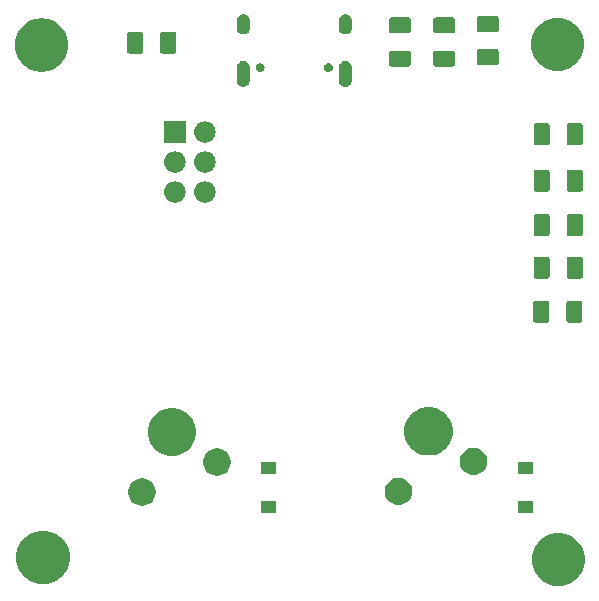
<source format=gbr>
G04 #@! TF.GenerationSoftware,KiCad,Pcbnew,(5.1.4)-1*
G04 #@! TF.CreationDate,2023-02-07T01:37:13+01:00*
G04 #@! TF.ProjectId,test,74657374-2e6b-4696-9361-645f70636258,1.0*
G04 #@! TF.SameCoordinates,Original*
G04 #@! TF.FileFunction,Soldermask,Bot*
G04 #@! TF.FilePolarity,Negative*
%FSLAX46Y46*%
G04 Gerber Fmt 4.6, Leading zero omitted, Abs format (unit mm)*
G04 Created by KiCad (PCBNEW (5.1.4)-1) date 2023-02-07 01:37:13*
%MOMM*%
%LPD*%
G04 APERTURE LIST*
%ADD10C,0.100000*%
G04 APERTURE END LIST*
D10*
G36*
X208676464Y-96882000D02*
G01*
X209063593Y-96959004D01*
X209473249Y-97128689D01*
X209841929Y-97375034D01*
X210155466Y-97688571D01*
X210401811Y-98057251D01*
X210571496Y-98466907D01*
X210658000Y-98901796D01*
X210658000Y-99345204D01*
X210571496Y-99780093D01*
X210401811Y-100189749D01*
X210155466Y-100558429D01*
X209841929Y-100871966D01*
X209473249Y-101118311D01*
X209063593Y-101287996D01*
X208682880Y-101363724D01*
X208628705Y-101374500D01*
X208185295Y-101374500D01*
X208131120Y-101363724D01*
X207750407Y-101287996D01*
X207340751Y-101118311D01*
X206972071Y-100871966D01*
X206658534Y-100558429D01*
X206412189Y-100189749D01*
X206242504Y-99780093D01*
X206156000Y-99345204D01*
X206156000Y-98901796D01*
X206242504Y-98466907D01*
X206412189Y-98057251D01*
X206658534Y-97688571D01*
X206972071Y-97375034D01*
X207340751Y-97128689D01*
X207750407Y-96959004D01*
X208137536Y-96882000D01*
X208185295Y-96872500D01*
X208628705Y-96872500D01*
X208676464Y-96882000D01*
X208676464Y-96882000D01*
G37*
G36*
X165057880Y-96692776D02*
G01*
X165438593Y-96768504D01*
X165848249Y-96938189D01*
X166216929Y-97184534D01*
X166530466Y-97498071D01*
X166776811Y-97866751D01*
X166946496Y-98276407D01*
X167033000Y-98711296D01*
X167033000Y-99154704D01*
X166946496Y-99589593D01*
X166776811Y-99999249D01*
X166530466Y-100367929D01*
X166216929Y-100681466D01*
X165848249Y-100927811D01*
X165438593Y-101097496D01*
X165057880Y-101173224D01*
X165003705Y-101184000D01*
X164560295Y-101184000D01*
X164506120Y-101173224D01*
X164125407Y-101097496D01*
X163715751Y-100927811D01*
X163347071Y-100681466D01*
X163033534Y-100367929D01*
X162787189Y-99999249D01*
X162617504Y-99589593D01*
X162531000Y-99154704D01*
X162531000Y-98711296D01*
X162617504Y-98276407D01*
X162787189Y-97866751D01*
X163033534Y-97498071D01*
X163347071Y-97184534D01*
X163715751Y-96938189D01*
X164125407Y-96768504D01*
X164506120Y-96692776D01*
X164560295Y-96682000D01*
X165003705Y-96682000D01*
X165057880Y-96692776D01*
X165057880Y-96692776D01*
G37*
G36*
X184547000Y-95178500D02*
G01*
X183245000Y-95178500D01*
X183245000Y-94176500D01*
X184547000Y-94176500D01*
X184547000Y-95178500D01*
X184547000Y-95178500D01*
G37*
G36*
X206264000Y-95178500D02*
G01*
X204962000Y-95178500D01*
X204962000Y-94176500D01*
X206264000Y-94176500D01*
X206264000Y-95178500D01*
X206264000Y-95178500D01*
G37*
G36*
X173388549Y-92279616D02*
G01*
X173499734Y-92301732D01*
X173709203Y-92388497D01*
X173897720Y-92514460D01*
X174058040Y-92674780D01*
X174184003Y-92863297D01*
X174270768Y-93072766D01*
X174315000Y-93295136D01*
X174315000Y-93521864D01*
X174270768Y-93744234D01*
X174184003Y-93953703D01*
X174058040Y-94142220D01*
X173897720Y-94302540D01*
X173709203Y-94428503D01*
X173499734Y-94515268D01*
X173388549Y-94537384D01*
X173277365Y-94559500D01*
X173050635Y-94559500D01*
X172939451Y-94537384D01*
X172828266Y-94515268D01*
X172618797Y-94428503D01*
X172430280Y-94302540D01*
X172269960Y-94142220D01*
X172143997Y-93953703D01*
X172057232Y-93744234D01*
X172013000Y-93521864D01*
X172013000Y-93295136D01*
X172057232Y-93072766D01*
X172143997Y-92863297D01*
X172269960Y-92674780D01*
X172430280Y-92514460D01*
X172618797Y-92388497D01*
X172828266Y-92301732D01*
X172939451Y-92279616D01*
X173050635Y-92257500D01*
X173277365Y-92257500D01*
X173388549Y-92279616D01*
X173388549Y-92279616D01*
G37*
G36*
X195106549Y-92216116D02*
G01*
X195217734Y-92238232D01*
X195427203Y-92324997D01*
X195615720Y-92450960D01*
X195776040Y-92611280D01*
X195902003Y-92799797D01*
X195988768Y-93009266D01*
X196033000Y-93231636D01*
X196033000Y-93458364D01*
X195988768Y-93680734D01*
X195902003Y-93890203D01*
X195776040Y-94078720D01*
X195615720Y-94239040D01*
X195427203Y-94365003D01*
X195217734Y-94451768D01*
X195106549Y-94473884D01*
X194995365Y-94496000D01*
X194768635Y-94496000D01*
X194657451Y-94473884D01*
X194546266Y-94451768D01*
X194336797Y-94365003D01*
X194148280Y-94239040D01*
X193987960Y-94078720D01*
X193861997Y-93890203D01*
X193775232Y-93680734D01*
X193731000Y-93458364D01*
X193731000Y-93231636D01*
X193775232Y-93009266D01*
X193861997Y-92799797D01*
X193987960Y-92611280D01*
X194148280Y-92450960D01*
X194336797Y-92324997D01*
X194546266Y-92238232D01*
X194657451Y-92216116D01*
X194768635Y-92194000D01*
X194995365Y-92194000D01*
X195106549Y-92216116D01*
X195106549Y-92216116D01*
G37*
G36*
X179738549Y-89739616D02*
G01*
X179849734Y-89761732D01*
X180059203Y-89848497D01*
X180247720Y-89974460D01*
X180408040Y-90134780D01*
X180534003Y-90323297D01*
X180620768Y-90532766D01*
X180665000Y-90755136D01*
X180665000Y-90981864D01*
X180620768Y-91204234D01*
X180534003Y-91413703D01*
X180408040Y-91602220D01*
X180247720Y-91762540D01*
X180059203Y-91888503D01*
X179849734Y-91975268D01*
X179738549Y-91997384D01*
X179627365Y-92019500D01*
X179400635Y-92019500D01*
X179289451Y-91997384D01*
X179178266Y-91975268D01*
X178968797Y-91888503D01*
X178780280Y-91762540D01*
X178619960Y-91602220D01*
X178493997Y-91413703D01*
X178407232Y-91204234D01*
X178363000Y-90981864D01*
X178363000Y-90755136D01*
X178407232Y-90532766D01*
X178493997Y-90323297D01*
X178619960Y-90134780D01*
X178780280Y-89974460D01*
X178968797Y-89848497D01*
X179178266Y-89761732D01*
X179289451Y-89739616D01*
X179400635Y-89717500D01*
X179627365Y-89717500D01*
X179738549Y-89739616D01*
X179738549Y-89739616D01*
G37*
G36*
X201456549Y-89676116D02*
G01*
X201567734Y-89698232D01*
X201777203Y-89784997D01*
X201965720Y-89910960D01*
X202126040Y-90071280D01*
X202252003Y-90259797D01*
X202338768Y-90469266D01*
X202383000Y-90691636D01*
X202383000Y-90918364D01*
X202338768Y-91140734D01*
X202252003Y-91350203D01*
X202126040Y-91538720D01*
X201965720Y-91699040D01*
X201777203Y-91825003D01*
X201567734Y-91911768D01*
X201456549Y-91933884D01*
X201345365Y-91956000D01*
X201118635Y-91956000D01*
X201007451Y-91933884D01*
X200896266Y-91911768D01*
X200686797Y-91825003D01*
X200498280Y-91699040D01*
X200337960Y-91538720D01*
X200211997Y-91350203D01*
X200125232Y-91140734D01*
X200081000Y-90918364D01*
X200081000Y-90691636D01*
X200125232Y-90469266D01*
X200211997Y-90259797D01*
X200337960Y-90071280D01*
X200498280Y-89910960D01*
X200686797Y-89784997D01*
X200896266Y-89698232D01*
X201007451Y-89676116D01*
X201118635Y-89654000D01*
X201345365Y-89654000D01*
X201456549Y-89676116D01*
X201456549Y-89676116D01*
G37*
G36*
X206264000Y-91878500D02*
G01*
X204962000Y-91878500D01*
X204962000Y-90876500D01*
X206264000Y-90876500D01*
X206264000Y-91878500D01*
X206264000Y-91878500D01*
G37*
G36*
X184547000Y-91878500D02*
G01*
X183245000Y-91878500D01*
X183245000Y-90876500D01*
X184547000Y-90876500D01*
X184547000Y-91878500D01*
X184547000Y-91878500D01*
G37*
G36*
X176302254Y-86356318D02*
G01*
X176675511Y-86510926D01*
X176675513Y-86510927D01*
X177011436Y-86735384D01*
X177297116Y-87021064D01*
X177479144Y-87293487D01*
X177521574Y-87356989D01*
X177676182Y-87730246D01*
X177755000Y-88126493D01*
X177755000Y-88530507D01*
X177676182Y-88926754D01*
X177521574Y-89300011D01*
X177521573Y-89300013D01*
X177297116Y-89635936D01*
X177011436Y-89921616D01*
X176675513Y-90146073D01*
X176675512Y-90146074D01*
X176675511Y-90146074D01*
X176302254Y-90300682D01*
X175906007Y-90379500D01*
X175501993Y-90379500D01*
X175105746Y-90300682D01*
X174732489Y-90146074D01*
X174732488Y-90146074D01*
X174732487Y-90146073D01*
X174396564Y-89921616D01*
X174110884Y-89635936D01*
X173886427Y-89300013D01*
X173886426Y-89300011D01*
X173731818Y-88926754D01*
X173653000Y-88530507D01*
X173653000Y-88126493D01*
X173731818Y-87730246D01*
X173886426Y-87356989D01*
X173928857Y-87293487D01*
X174110884Y-87021064D01*
X174396564Y-86735384D01*
X174732487Y-86510927D01*
X174732489Y-86510926D01*
X175105746Y-86356318D01*
X175501993Y-86277500D01*
X175906007Y-86277500D01*
X176302254Y-86356318D01*
X176302254Y-86356318D01*
G37*
G36*
X198020254Y-86292818D02*
G01*
X198393511Y-86447426D01*
X198393513Y-86447427D01*
X198488547Y-86510927D01*
X198729436Y-86671884D01*
X199015116Y-86957564D01*
X199239574Y-87293489D01*
X199394182Y-87666746D01*
X199473000Y-88062993D01*
X199473000Y-88467007D01*
X199394182Y-88863254D01*
X199367879Y-88926754D01*
X199239573Y-89236513D01*
X199015116Y-89572436D01*
X198729436Y-89858116D01*
X198393513Y-90082573D01*
X198393512Y-90082574D01*
X198393511Y-90082574D01*
X198020254Y-90237182D01*
X197624007Y-90316000D01*
X197219993Y-90316000D01*
X196823746Y-90237182D01*
X196450489Y-90082574D01*
X196450488Y-90082574D01*
X196450487Y-90082573D01*
X196114564Y-89858116D01*
X195828884Y-89572436D01*
X195604427Y-89236513D01*
X195476121Y-88926754D01*
X195449818Y-88863254D01*
X195371000Y-88467007D01*
X195371000Y-88062993D01*
X195449818Y-87666746D01*
X195604426Y-87293489D01*
X195828884Y-86957564D01*
X196114564Y-86671884D01*
X196355453Y-86510927D01*
X196450487Y-86447427D01*
X196450489Y-86447426D01*
X196823746Y-86292818D01*
X197219993Y-86214000D01*
X197624007Y-86214000D01*
X198020254Y-86292818D01*
X198020254Y-86292818D01*
G37*
G36*
X210290604Y-77221847D02*
G01*
X210327144Y-77232932D01*
X210360821Y-77250933D01*
X210390341Y-77275159D01*
X210414567Y-77304679D01*
X210432568Y-77338356D01*
X210443653Y-77374896D01*
X210448000Y-77419038D01*
X210448000Y-78867962D01*
X210443653Y-78912104D01*
X210432568Y-78948644D01*
X210414567Y-78982321D01*
X210390341Y-79011841D01*
X210360821Y-79036067D01*
X210327144Y-79054068D01*
X210290604Y-79065153D01*
X210246462Y-79069500D01*
X209297538Y-79069500D01*
X209253396Y-79065153D01*
X209216856Y-79054068D01*
X209183179Y-79036067D01*
X209153659Y-79011841D01*
X209129433Y-78982321D01*
X209111432Y-78948644D01*
X209100347Y-78912104D01*
X209096000Y-78867962D01*
X209096000Y-77419038D01*
X209100347Y-77374896D01*
X209111432Y-77338356D01*
X209129433Y-77304679D01*
X209153659Y-77275159D01*
X209183179Y-77250933D01*
X209216856Y-77232932D01*
X209253396Y-77221847D01*
X209297538Y-77217500D01*
X210246462Y-77217500D01*
X210290604Y-77221847D01*
X210290604Y-77221847D01*
G37*
G36*
X207490604Y-77221847D02*
G01*
X207527144Y-77232932D01*
X207560821Y-77250933D01*
X207590341Y-77275159D01*
X207614567Y-77304679D01*
X207632568Y-77338356D01*
X207643653Y-77374896D01*
X207648000Y-77419038D01*
X207648000Y-78867962D01*
X207643653Y-78912104D01*
X207632568Y-78948644D01*
X207614567Y-78982321D01*
X207590341Y-79011841D01*
X207560821Y-79036067D01*
X207527144Y-79054068D01*
X207490604Y-79065153D01*
X207446462Y-79069500D01*
X206497538Y-79069500D01*
X206453396Y-79065153D01*
X206416856Y-79054068D01*
X206383179Y-79036067D01*
X206353659Y-79011841D01*
X206329433Y-78982321D01*
X206311432Y-78948644D01*
X206300347Y-78912104D01*
X206296000Y-78867962D01*
X206296000Y-77419038D01*
X206300347Y-77374896D01*
X206311432Y-77338356D01*
X206329433Y-77304679D01*
X206353659Y-77275159D01*
X206383179Y-77250933D01*
X206416856Y-77232932D01*
X206453396Y-77221847D01*
X206497538Y-77217500D01*
X207446462Y-77217500D01*
X207490604Y-77221847D01*
X207490604Y-77221847D01*
G37*
G36*
X210326604Y-73499847D02*
G01*
X210363144Y-73510932D01*
X210396821Y-73528933D01*
X210426341Y-73553159D01*
X210450567Y-73582679D01*
X210468568Y-73616356D01*
X210479653Y-73652896D01*
X210484000Y-73697038D01*
X210484000Y-75145962D01*
X210479653Y-75190104D01*
X210468568Y-75226644D01*
X210450567Y-75260321D01*
X210426341Y-75289841D01*
X210396821Y-75314067D01*
X210363144Y-75332068D01*
X210326604Y-75343153D01*
X210282462Y-75347500D01*
X209333538Y-75347500D01*
X209289396Y-75343153D01*
X209252856Y-75332068D01*
X209219179Y-75314067D01*
X209189659Y-75289841D01*
X209165433Y-75260321D01*
X209147432Y-75226644D01*
X209136347Y-75190104D01*
X209132000Y-75145962D01*
X209132000Y-73697038D01*
X209136347Y-73652896D01*
X209147432Y-73616356D01*
X209165433Y-73582679D01*
X209189659Y-73553159D01*
X209219179Y-73528933D01*
X209252856Y-73510932D01*
X209289396Y-73499847D01*
X209333538Y-73495500D01*
X210282462Y-73495500D01*
X210326604Y-73499847D01*
X210326604Y-73499847D01*
G37*
G36*
X207526604Y-73499847D02*
G01*
X207563144Y-73510932D01*
X207596821Y-73528933D01*
X207626341Y-73553159D01*
X207650567Y-73582679D01*
X207668568Y-73616356D01*
X207679653Y-73652896D01*
X207684000Y-73697038D01*
X207684000Y-75145962D01*
X207679653Y-75190104D01*
X207668568Y-75226644D01*
X207650567Y-75260321D01*
X207626341Y-75289841D01*
X207596821Y-75314067D01*
X207563144Y-75332068D01*
X207526604Y-75343153D01*
X207482462Y-75347500D01*
X206533538Y-75347500D01*
X206489396Y-75343153D01*
X206452856Y-75332068D01*
X206419179Y-75314067D01*
X206389659Y-75289841D01*
X206365433Y-75260321D01*
X206347432Y-75226644D01*
X206336347Y-75190104D01*
X206332000Y-75145962D01*
X206332000Y-73697038D01*
X206336347Y-73652896D01*
X206347432Y-73616356D01*
X206365433Y-73582679D01*
X206389659Y-73553159D01*
X206419179Y-73528933D01*
X206452856Y-73510932D01*
X206489396Y-73499847D01*
X206533538Y-73495500D01*
X207482462Y-73495500D01*
X207526604Y-73499847D01*
X207526604Y-73499847D01*
G37*
G36*
X207526604Y-69880847D02*
G01*
X207563144Y-69891932D01*
X207596821Y-69909933D01*
X207626341Y-69934159D01*
X207650567Y-69963679D01*
X207668568Y-69997356D01*
X207679653Y-70033896D01*
X207684000Y-70078038D01*
X207684000Y-71526962D01*
X207679653Y-71571104D01*
X207668568Y-71607644D01*
X207650567Y-71641321D01*
X207626341Y-71670841D01*
X207596821Y-71695067D01*
X207563144Y-71713068D01*
X207526604Y-71724153D01*
X207482462Y-71728500D01*
X206533538Y-71728500D01*
X206489396Y-71724153D01*
X206452856Y-71713068D01*
X206419179Y-71695067D01*
X206389659Y-71670841D01*
X206365433Y-71641321D01*
X206347432Y-71607644D01*
X206336347Y-71571104D01*
X206332000Y-71526962D01*
X206332000Y-70078038D01*
X206336347Y-70033896D01*
X206347432Y-69997356D01*
X206365433Y-69963679D01*
X206389659Y-69934159D01*
X206419179Y-69909933D01*
X206452856Y-69891932D01*
X206489396Y-69880847D01*
X206533538Y-69876500D01*
X207482462Y-69876500D01*
X207526604Y-69880847D01*
X207526604Y-69880847D01*
G37*
G36*
X210326604Y-69880847D02*
G01*
X210363144Y-69891932D01*
X210396821Y-69909933D01*
X210426341Y-69934159D01*
X210450567Y-69963679D01*
X210468568Y-69997356D01*
X210479653Y-70033896D01*
X210484000Y-70078038D01*
X210484000Y-71526962D01*
X210479653Y-71571104D01*
X210468568Y-71607644D01*
X210450567Y-71641321D01*
X210426341Y-71670841D01*
X210396821Y-71695067D01*
X210363144Y-71713068D01*
X210326604Y-71724153D01*
X210282462Y-71728500D01*
X209333538Y-71728500D01*
X209289396Y-71724153D01*
X209252856Y-71713068D01*
X209219179Y-71695067D01*
X209189659Y-71670841D01*
X209165433Y-71641321D01*
X209147432Y-71607644D01*
X209136347Y-71571104D01*
X209132000Y-71526962D01*
X209132000Y-70078038D01*
X209136347Y-70033896D01*
X209147432Y-69997356D01*
X209165433Y-69963679D01*
X209189659Y-69934159D01*
X209219179Y-69909933D01*
X209252856Y-69891932D01*
X209289396Y-69880847D01*
X209333538Y-69876500D01*
X210282462Y-69876500D01*
X210326604Y-69880847D01*
X210326604Y-69880847D01*
G37*
G36*
X178608443Y-67114019D02*
G01*
X178674627Y-67120537D01*
X178844466Y-67172057D01*
X179000991Y-67255722D01*
X179036729Y-67285052D01*
X179138186Y-67368314D01*
X179221448Y-67469771D01*
X179250778Y-67505509D01*
X179334443Y-67662034D01*
X179385963Y-67831873D01*
X179403359Y-68008500D01*
X179385963Y-68185127D01*
X179334443Y-68354966D01*
X179250778Y-68511491D01*
X179221448Y-68547229D01*
X179138186Y-68648686D01*
X179036729Y-68731948D01*
X179000991Y-68761278D01*
X178844466Y-68844943D01*
X178674627Y-68896463D01*
X178608442Y-68902982D01*
X178542260Y-68909500D01*
X178453740Y-68909500D01*
X178387558Y-68902982D01*
X178321373Y-68896463D01*
X178151534Y-68844943D01*
X177995009Y-68761278D01*
X177959271Y-68731948D01*
X177857814Y-68648686D01*
X177774552Y-68547229D01*
X177745222Y-68511491D01*
X177661557Y-68354966D01*
X177610037Y-68185127D01*
X177592641Y-68008500D01*
X177610037Y-67831873D01*
X177661557Y-67662034D01*
X177745222Y-67505509D01*
X177774552Y-67469771D01*
X177857814Y-67368314D01*
X177959271Y-67285052D01*
X177995009Y-67255722D01*
X178151534Y-67172057D01*
X178321373Y-67120537D01*
X178387557Y-67114019D01*
X178453740Y-67107500D01*
X178542260Y-67107500D01*
X178608443Y-67114019D01*
X178608443Y-67114019D01*
G37*
G36*
X176068443Y-67114019D02*
G01*
X176134627Y-67120537D01*
X176304466Y-67172057D01*
X176460991Y-67255722D01*
X176496729Y-67285052D01*
X176598186Y-67368314D01*
X176681448Y-67469771D01*
X176710778Y-67505509D01*
X176794443Y-67662034D01*
X176845963Y-67831873D01*
X176863359Y-68008500D01*
X176845963Y-68185127D01*
X176794443Y-68354966D01*
X176710778Y-68511491D01*
X176681448Y-68547229D01*
X176598186Y-68648686D01*
X176496729Y-68731948D01*
X176460991Y-68761278D01*
X176304466Y-68844943D01*
X176134627Y-68896463D01*
X176068442Y-68902982D01*
X176002260Y-68909500D01*
X175913740Y-68909500D01*
X175847558Y-68902982D01*
X175781373Y-68896463D01*
X175611534Y-68844943D01*
X175455009Y-68761278D01*
X175419271Y-68731948D01*
X175317814Y-68648686D01*
X175234552Y-68547229D01*
X175205222Y-68511491D01*
X175121557Y-68354966D01*
X175070037Y-68185127D01*
X175052641Y-68008500D01*
X175070037Y-67831873D01*
X175121557Y-67662034D01*
X175205222Y-67505509D01*
X175234552Y-67469771D01*
X175317814Y-67368314D01*
X175419271Y-67285052D01*
X175455009Y-67255722D01*
X175611534Y-67172057D01*
X175781373Y-67120537D01*
X175847557Y-67114019D01*
X175913740Y-67107500D01*
X176002260Y-67107500D01*
X176068443Y-67114019D01*
X176068443Y-67114019D01*
G37*
G36*
X210326604Y-66133847D02*
G01*
X210363144Y-66144932D01*
X210396821Y-66162933D01*
X210426341Y-66187159D01*
X210450567Y-66216679D01*
X210468568Y-66250356D01*
X210479653Y-66286896D01*
X210484000Y-66331038D01*
X210484000Y-67779962D01*
X210479653Y-67824104D01*
X210468568Y-67860644D01*
X210450567Y-67894321D01*
X210426341Y-67923841D01*
X210396821Y-67948067D01*
X210363144Y-67966068D01*
X210326604Y-67977153D01*
X210282462Y-67981500D01*
X209333538Y-67981500D01*
X209289396Y-67977153D01*
X209252856Y-67966068D01*
X209219179Y-67948067D01*
X209189659Y-67923841D01*
X209165433Y-67894321D01*
X209147432Y-67860644D01*
X209136347Y-67824104D01*
X209132000Y-67779962D01*
X209132000Y-66331038D01*
X209136347Y-66286896D01*
X209147432Y-66250356D01*
X209165433Y-66216679D01*
X209189659Y-66187159D01*
X209219179Y-66162933D01*
X209252856Y-66144932D01*
X209289396Y-66133847D01*
X209333538Y-66129500D01*
X210282462Y-66129500D01*
X210326604Y-66133847D01*
X210326604Y-66133847D01*
G37*
G36*
X207526604Y-66133847D02*
G01*
X207563144Y-66144932D01*
X207596821Y-66162933D01*
X207626341Y-66187159D01*
X207650567Y-66216679D01*
X207668568Y-66250356D01*
X207679653Y-66286896D01*
X207684000Y-66331038D01*
X207684000Y-67779962D01*
X207679653Y-67824104D01*
X207668568Y-67860644D01*
X207650567Y-67894321D01*
X207626341Y-67923841D01*
X207596821Y-67948067D01*
X207563144Y-67966068D01*
X207526604Y-67977153D01*
X207482462Y-67981500D01*
X206533538Y-67981500D01*
X206489396Y-67977153D01*
X206452856Y-67966068D01*
X206419179Y-67948067D01*
X206389659Y-67923841D01*
X206365433Y-67894321D01*
X206347432Y-67860644D01*
X206336347Y-67824104D01*
X206332000Y-67779962D01*
X206332000Y-66331038D01*
X206336347Y-66286896D01*
X206347432Y-66250356D01*
X206365433Y-66216679D01*
X206389659Y-66187159D01*
X206419179Y-66162933D01*
X206452856Y-66144932D01*
X206489396Y-66133847D01*
X206533538Y-66129500D01*
X207482462Y-66129500D01*
X207526604Y-66133847D01*
X207526604Y-66133847D01*
G37*
G36*
X176068442Y-64574018D02*
G01*
X176134627Y-64580537D01*
X176304466Y-64632057D01*
X176460991Y-64715722D01*
X176496729Y-64745052D01*
X176598186Y-64828314D01*
X176681448Y-64929771D01*
X176710778Y-64965509D01*
X176794443Y-65122034D01*
X176845963Y-65291873D01*
X176863359Y-65468500D01*
X176845963Y-65645127D01*
X176794443Y-65814966D01*
X176710778Y-65971491D01*
X176681448Y-66007229D01*
X176598186Y-66108686D01*
X176517294Y-66175071D01*
X176460991Y-66221278D01*
X176304466Y-66304943D01*
X176134627Y-66356463D01*
X176068442Y-66362982D01*
X176002260Y-66369500D01*
X175913740Y-66369500D01*
X175847558Y-66362982D01*
X175781373Y-66356463D01*
X175611534Y-66304943D01*
X175455009Y-66221278D01*
X175398706Y-66175071D01*
X175317814Y-66108686D01*
X175234552Y-66007229D01*
X175205222Y-65971491D01*
X175121557Y-65814966D01*
X175070037Y-65645127D01*
X175052641Y-65468500D01*
X175070037Y-65291873D01*
X175121557Y-65122034D01*
X175205222Y-64965509D01*
X175234552Y-64929771D01*
X175317814Y-64828314D01*
X175419271Y-64745052D01*
X175455009Y-64715722D01*
X175611534Y-64632057D01*
X175781373Y-64580537D01*
X175847558Y-64574018D01*
X175913740Y-64567500D01*
X176002260Y-64567500D01*
X176068442Y-64574018D01*
X176068442Y-64574018D01*
G37*
G36*
X178608442Y-64574018D02*
G01*
X178674627Y-64580537D01*
X178844466Y-64632057D01*
X179000991Y-64715722D01*
X179036729Y-64745052D01*
X179138186Y-64828314D01*
X179221448Y-64929771D01*
X179250778Y-64965509D01*
X179334443Y-65122034D01*
X179385963Y-65291873D01*
X179403359Y-65468500D01*
X179385963Y-65645127D01*
X179334443Y-65814966D01*
X179250778Y-65971491D01*
X179221448Y-66007229D01*
X179138186Y-66108686D01*
X179057294Y-66175071D01*
X179000991Y-66221278D01*
X178844466Y-66304943D01*
X178674627Y-66356463D01*
X178608442Y-66362982D01*
X178542260Y-66369500D01*
X178453740Y-66369500D01*
X178387558Y-66362982D01*
X178321373Y-66356463D01*
X178151534Y-66304943D01*
X177995009Y-66221278D01*
X177938706Y-66175071D01*
X177857814Y-66108686D01*
X177774552Y-66007229D01*
X177745222Y-65971491D01*
X177661557Y-65814966D01*
X177610037Y-65645127D01*
X177592641Y-65468500D01*
X177610037Y-65291873D01*
X177661557Y-65122034D01*
X177745222Y-64965509D01*
X177774552Y-64929771D01*
X177857814Y-64828314D01*
X177959271Y-64745052D01*
X177995009Y-64715722D01*
X178151534Y-64632057D01*
X178321373Y-64580537D01*
X178387558Y-64574018D01*
X178453740Y-64567500D01*
X178542260Y-64567500D01*
X178608442Y-64574018D01*
X178608442Y-64574018D01*
G37*
G36*
X210326604Y-62197347D02*
G01*
X210363144Y-62208432D01*
X210396821Y-62226433D01*
X210426341Y-62250659D01*
X210450567Y-62280179D01*
X210468568Y-62313856D01*
X210479653Y-62350396D01*
X210484000Y-62394538D01*
X210484000Y-63843462D01*
X210479653Y-63887604D01*
X210468568Y-63924144D01*
X210450567Y-63957821D01*
X210426341Y-63987341D01*
X210396821Y-64011567D01*
X210363144Y-64029568D01*
X210326604Y-64040653D01*
X210282462Y-64045000D01*
X209333538Y-64045000D01*
X209289396Y-64040653D01*
X209252856Y-64029568D01*
X209219179Y-64011567D01*
X209189659Y-63987341D01*
X209165433Y-63957821D01*
X209147432Y-63924144D01*
X209136347Y-63887604D01*
X209132000Y-63843462D01*
X209132000Y-62394538D01*
X209136347Y-62350396D01*
X209147432Y-62313856D01*
X209165433Y-62280179D01*
X209189659Y-62250659D01*
X209219179Y-62226433D01*
X209252856Y-62208432D01*
X209289396Y-62197347D01*
X209333538Y-62193000D01*
X210282462Y-62193000D01*
X210326604Y-62197347D01*
X210326604Y-62197347D01*
G37*
G36*
X207526604Y-62197347D02*
G01*
X207563144Y-62208432D01*
X207596821Y-62226433D01*
X207626341Y-62250659D01*
X207650567Y-62280179D01*
X207668568Y-62313856D01*
X207679653Y-62350396D01*
X207684000Y-62394538D01*
X207684000Y-63843462D01*
X207679653Y-63887604D01*
X207668568Y-63924144D01*
X207650567Y-63957821D01*
X207626341Y-63987341D01*
X207596821Y-64011567D01*
X207563144Y-64029568D01*
X207526604Y-64040653D01*
X207482462Y-64045000D01*
X206533538Y-64045000D01*
X206489396Y-64040653D01*
X206452856Y-64029568D01*
X206419179Y-64011567D01*
X206389659Y-63987341D01*
X206365433Y-63957821D01*
X206347432Y-63924144D01*
X206336347Y-63887604D01*
X206332000Y-63843462D01*
X206332000Y-62394538D01*
X206336347Y-62350396D01*
X206347432Y-62313856D01*
X206365433Y-62280179D01*
X206389659Y-62250659D01*
X206419179Y-62226433D01*
X206452856Y-62208432D01*
X206489396Y-62197347D01*
X206533538Y-62193000D01*
X207482462Y-62193000D01*
X207526604Y-62197347D01*
X207526604Y-62197347D01*
G37*
G36*
X178608442Y-62034018D02*
G01*
X178674627Y-62040537D01*
X178844466Y-62092057D01*
X179000991Y-62175722D01*
X179022044Y-62193000D01*
X179138186Y-62288314D01*
X179196952Y-62359922D01*
X179250778Y-62425509D01*
X179334443Y-62582034D01*
X179385963Y-62751873D01*
X179403359Y-62928500D01*
X179385963Y-63105127D01*
X179334443Y-63274966D01*
X179250778Y-63431491D01*
X179221448Y-63467229D01*
X179138186Y-63568686D01*
X179036729Y-63651948D01*
X179000991Y-63681278D01*
X178844466Y-63764943D01*
X178674627Y-63816463D01*
X178608442Y-63822982D01*
X178542260Y-63829500D01*
X178453740Y-63829500D01*
X178387558Y-63822982D01*
X178321373Y-63816463D01*
X178151534Y-63764943D01*
X177995009Y-63681278D01*
X177959271Y-63651948D01*
X177857814Y-63568686D01*
X177774552Y-63467229D01*
X177745222Y-63431491D01*
X177661557Y-63274966D01*
X177610037Y-63105127D01*
X177592641Y-62928500D01*
X177610037Y-62751873D01*
X177661557Y-62582034D01*
X177745222Y-62425509D01*
X177799048Y-62359922D01*
X177857814Y-62288314D01*
X177973956Y-62193000D01*
X177995009Y-62175722D01*
X178151534Y-62092057D01*
X178321373Y-62040537D01*
X178387558Y-62034018D01*
X178453740Y-62027500D01*
X178542260Y-62027500D01*
X178608442Y-62034018D01*
X178608442Y-62034018D01*
G37*
G36*
X176859000Y-63829500D02*
G01*
X175057000Y-63829500D01*
X175057000Y-62027500D01*
X176859000Y-62027500D01*
X176859000Y-63829500D01*
X176859000Y-63829500D01*
G37*
G36*
X190483015Y-56900973D02*
G01*
X190586879Y-56932479D01*
X190614055Y-56947005D01*
X190682600Y-56983643D01*
X190766501Y-57052499D01*
X190835357Y-57136400D01*
X190863202Y-57188495D01*
X190886521Y-57232121D01*
X190918027Y-57335985D01*
X190926000Y-57416933D01*
X190926000Y-58571067D01*
X190918027Y-58652015D01*
X190886521Y-58755879D01*
X190835356Y-58851600D01*
X190766501Y-58935501D01*
X190697645Y-58992009D01*
X190682599Y-59004357D01*
X190630907Y-59031987D01*
X190586878Y-59055521D01*
X190483014Y-59087027D01*
X190375000Y-59097666D01*
X190266985Y-59087027D01*
X190163121Y-59055521D01*
X190119093Y-59031987D01*
X190067401Y-59004357D01*
X190054643Y-58993887D01*
X189983499Y-58935501D01*
X189914644Y-58851600D01*
X189863479Y-58755878D01*
X189831973Y-58652014D01*
X189824000Y-58571066D01*
X189824001Y-57416933D01*
X189831974Y-57335985D01*
X189863480Y-57232121D01*
X189886799Y-57188495D01*
X189914644Y-57136400D01*
X189983500Y-57052499D01*
X190067401Y-56983643D01*
X190135946Y-56947005D01*
X190163122Y-56932479D01*
X190266986Y-56900973D01*
X190375000Y-56890334D01*
X190483015Y-56900973D01*
X190483015Y-56900973D01*
G37*
G36*
X181843015Y-56900973D02*
G01*
X181946879Y-56932479D01*
X181974055Y-56947005D01*
X182042600Y-56983643D01*
X182126501Y-57052499D01*
X182195357Y-57136400D01*
X182223202Y-57188495D01*
X182246521Y-57232121D01*
X182278027Y-57335985D01*
X182286000Y-57416933D01*
X182286000Y-58571067D01*
X182278027Y-58652015D01*
X182246521Y-58755879D01*
X182195356Y-58851600D01*
X182126501Y-58935501D01*
X182057645Y-58992009D01*
X182042599Y-59004357D01*
X181990907Y-59031987D01*
X181946878Y-59055521D01*
X181843014Y-59087027D01*
X181735000Y-59097666D01*
X181626985Y-59087027D01*
X181523121Y-59055521D01*
X181479093Y-59031987D01*
X181427401Y-59004357D01*
X181414643Y-58993887D01*
X181343499Y-58935501D01*
X181274644Y-58851600D01*
X181223479Y-58755878D01*
X181191973Y-58652014D01*
X181184000Y-58571066D01*
X181184001Y-57416933D01*
X181191974Y-57335985D01*
X181223480Y-57232121D01*
X181246799Y-57188495D01*
X181274644Y-57136400D01*
X181343500Y-57052499D01*
X181427401Y-56983643D01*
X181495946Y-56947005D01*
X181523122Y-56932479D01*
X181626986Y-56900973D01*
X181735000Y-56890334D01*
X181843015Y-56900973D01*
X181843015Y-56900973D01*
G37*
G36*
X183274672Y-57102449D02*
G01*
X183274674Y-57102450D01*
X183274675Y-57102450D01*
X183343103Y-57130793D01*
X183404686Y-57171942D01*
X183457058Y-57224314D01*
X183498207Y-57285897D01*
X183526550Y-57354325D01*
X183526551Y-57354328D01*
X183541000Y-57426966D01*
X183541000Y-57501034D01*
X183531260Y-57550000D01*
X183526550Y-57573675D01*
X183498207Y-57642103D01*
X183457058Y-57703686D01*
X183404686Y-57756058D01*
X183343103Y-57797207D01*
X183274675Y-57825550D01*
X183274674Y-57825550D01*
X183274672Y-57825551D01*
X183202034Y-57840000D01*
X183127966Y-57840000D01*
X183055328Y-57825551D01*
X183055326Y-57825550D01*
X183055325Y-57825550D01*
X182986897Y-57797207D01*
X182925314Y-57756058D01*
X182872942Y-57703686D01*
X182831793Y-57642103D01*
X182803450Y-57573675D01*
X182798741Y-57550000D01*
X182789000Y-57501034D01*
X182789000Y-57426966D01*
X182803449Y-57354328D01*
X182803450Y-57354325D01*
X182831793Y-57285897D01*
X182872942Y-57224314D01*
X182925314Y-57171942D01*
X182986897Y-57130793D01*
X183055325Y-57102450D01*
X183055326Y-57102450D01*
X183055328Y-57102449D01*
X183127966Y-57088000D01*
X183202034Y-57088000D01*
X183274672Y-57102449D01*
X183274672Y-57102449D01*
G37*
G36*
X189054672Y-57102449D02*
G01*
X189054674Y-57102450D01*
X189054675Y-57102450D01*
X189123103Y-57130793D01*
X189184686Y-57171942D01*
X189237058Y-57224314D01*
X189278207Y-57285897D01*
X189306550Y-57354325D01*
X189306551Y-57354328D01*
X189321000Y-57426966D01*
X189321000Y-57501034D01*
X189311260Y-57550000D01*
X189306550Y-57573675D01*
X189278207Y-57642103D01*
X189237058Y-57703686D01*
X189184686Y-57756058D01*
X189123103Y-57797207D01*
X189054675Y-57825550D01*
X189054674Y-57825550D01*
X189054672Y-57825551D01*
X188982034Y-57840000D01*
X188907966Y-57840000D01*
X188835328Y-57825551D01*
X188835326Y-57825550D01*
X188835325Y-57825550D01*
X188766897Y-57797207D01*
X188705314Y-57756058D01*
X188652942Y-57703686D01*
X188611793Y-57642103D01*
X188583450Y-57573675D01*
X188578741Y-57550000D01*
X188569000Y-57501034D01*
X188569000Y-57426966D01*
X188583449Y-57354328D01*
X188583450Y-57354325D01*
X188611793Y-57285897D01*
X188652942Y-57224314D01*
X188705314Y-57171942D01*
X188766897Y-57130793D01*
X188835325Y-57102450D01*
X188835326Y-57102450D01*
X188835328Y-57102449D01*
X188907966Y-57088000D01*
X188982034Y-57088000D01*
X189054672Y-57102449D01*
X189054672Y-57102449D01*
G37*
G36*
X164918823Y-53319679D02*
G01*
X165312593Y-53398004D01*
X165722249Y-53567689D01*
X166090929Y-53814034D01*
X166404466Y-54127571D01*
X166650811Y-54496251D01*
X166820496Y-54905907D01*
X166907000Y-55340796D01*
X166907000Y-55784204D01*
X166820496Y-56219093D01*
X166650811Y-56628749D01*
X166404466Y-56997429D01*
X166090929Y-57310966D01*
X165722249Y-57557311D01*
X165312593Y-57726996D01*
X164959620Y-57797206D01*
X164877705Y-57813500D01*
X164434295Y-57813500D01*
X164352380Y-57797206D01*
X163999407Y-57726996D01*
X163589751Y-57557311D01*
X163221071Y-57310966D01*
X162907534Y-56997429D01*
X162661189Y-56628749D01*
X162491504Y-56219093D01*
X162405000Y-55784204D01*
X162405000Y-55340796D01*
X162491504Y-54905907D01*
X162661189Y-54496251D01*
X162907534Y-54127571D01*
X163221071Y-53814034D01*
X163589751Y-53567689D01*
X163999407Y-53398004D01*
X164393177Y-53319679D01*
X164434295Y-53311500D01*
X164877705Y-53311500D01*
X164918823Y-53319679D01*
X164918823Y-53319679D01*
G37*
G36*
X208619880Y-53258776D02*
G01*
X209000593Y-53334504D01*
X209410249Y-53504189D01*
X209778929Y-53750534D01*
X210092466Y-54064071D01*
X210338811Y-54432751D01*
X210508496Y-54842407D01*
X210595000Y-55277296D01*
X210595000Y-55720704D01*
X210508496Y-56155593D01*
X210338811Y-56565249D01*
X210092466Y-56933929D01*
X209778929Y-57247466D01*
X209410249Y-57493811D01*
X209000593Y-57663496D01*
X208619880Y-57739224D01*
X208565705Y-57750000D01*
X208122295Y-57750000D01*
X208068120Y-57739224D01*
X207687407Y-57663496D01*
X207277751Y-57493811D01*
X206909071Y-57247466D01*
X206595534Y-56933929D01*
X206349189Y-56565249D01*
X206179504Y-56155593D01*
X206093000Y-55720704D01*
X206093000Y-55277296D01*
X206179504Y-54842407D01*
X206349189Y-54432751D01*
X206595534Y-54064071D01*
X206909071Y-53750534D01*
X207277751Y-53504189D01*
X207687407Y-53334504D01*
X208068120Y-53258776D01*
X208122295Y-53248000D01*
X208565705Y-53248000D01*
X208619880Y-53258776D01*
X208619880Y-53258776D01*
G37*
G36*
X199522604Y-56036847D02*
G01*
X199559144Y-56047932D01*
X199592821Y-56065933D01*
X199622341Y-56090159D01*
X199646567Y-56119679D01*
X199664568Y-56153356D01*
X199675653Y-56189896D01*
X199680000Y-56234038D01*
X199680000Y-57182962D01*
X199675653Y-57227104D01*
X199664568Y-57263644D01*
X199646567Y-57297321D01*
X199622341Y-57326841D01*
X199592821Y-57351067D01*
X199559144Y-57369068D01*
X199522604Y-57380153D01*
X199478462Y-57384500D01*
X198029538Y-57384500D01*
X197985396Y-57380153D01*
X197948856Y-57369068D01*
X197915179Y-57351067D01*
X197885659Y-57326841D01*
X197861433Y-57297321D01*
X197843432Y-57263644D01*
X197832347Y-57227104D01*
X197828000Y-57182962D01*
X197828000Y-56234038D01*
X197832347Y-56189896D01*
X197843432Y-56153356D01*
X197861433Y-56119679D01*
X197885659Y-56090159D01*
X197915179Y-56065933D01*
X197948856Y-56047932D01*
X197985396Y-56036847D01*
X198029538Y-56032500D01*
X199478462Y-56032500D01*
X199522604Y-56036847D01*
X199522604Y-56036847D01*
G37*
G36*
X195776604Y-56036847D02*
G01*
X195813144Y-56047932D01*
X195846821Y-56065933D01*
X195876341Y-56090159D01*
X195900567Y-56119679D01*
X195918568Y-56153356D01*
X195929653Y-56189896D01*
X195934000Y-56234038D01*
X195934000Y-57182962D01*
X195929653Y-57227104D01*
X195918568Y-57263644D01*
X195900567Y-57297321D01*
X195876341Y-57326841D01*
X195846821Y-57351067D01*
X195813144Y-57369068D01*
X195776604Y-57380153D01*
X195732462Y-57384500D01*
X194283538Y-57384500D01*
X194239396Y-57380153D01*
X194202856Y-57369068D01*
X194169179Y-57351067D01*
X194139659Y-57326841D01*
X194115433Y-57297321D01*
X194097432Y-57263644D01*
X194086347Y-57227104D01*
X194082000Y-57182962D01*
X194082000Y-56234038D01*
X194086347Y-56189896D01*
X194097432Y-56153356D01*
X194115433Y-56119679D01*
X194139659Y-56090159D01*
X194169179Y-56065933D01*
X194202856Y-56047932D01*
X194239396Y-56036847D01*
X194283538Y-56032500D01*
X195732462Y-56032500D01*
X195776604Y-56036847D01*
X195776604Y-56036847D01*
G37*
G36*
X203206604Y-55909847D02*
G01*
X203243144Y-55920932D01*
X203276821Y-55938933D01*
X203306341Y-55963159D01*
X203330567Y-55992679D01*
X203348568Y-56026356D01*
X203359653Y-56062896D01*
X203364000Y-56107038D01*
X203364000Y-57055962D01*
X203359653Y-57100104D01*
X203348568Y-57136644D01*
X203330567Y-57170321D01*
X203306341Y-57199841D01*
X203276821Y-57224067D01*
X203243144Y-57242068D01*
X203206604Y-57253153D01*
X203162462Y-57257500D01*
X201713538Y-57257500D01*
X201669396Y-57253153D01*
X201632856Y-57242068D01*
X201599179Y-57224067D01*
X201569659Y-57199841D01*
X201545433Y-57170321D01*
X201527432Y-57136644D01*
X201516347Y-57100104D01*
X201512000Y-57055962D01*
X201512000Y-56107038D01*
X201516347Y-56062896D01*
X201527432Y-56026356D01*
X201545433Y-55992679D01*
X201569659Y-55963159D01*
X201599179Y-55938933D01*
X201632856Y-55920932D01*
X201669396Y-55909847D01*
X201713538Y-55905500D01*
X203162462Y-55905500D01*
X203206604Y-55909847D01*
X203206604Y-55909847D01*
G37*
G36*
X175908604Y-54450347D02*
G01*
X175945144Y-54461432D01*
X175978821Y-54479433D01*
X176008341Y-54503659D01*
X176032567Y-54533179D01*
X176050568Y-54566856D01*
X176061653Y-54603396D01*
X176066000Y-54647538D01*
X176066000Y-56096462D01*
X176061653Y-56140604D01*
X176050568Y-56177144D01*
X176032567Y-56210821D01*
X176008341Y-56240341D01*
X175978821Y-56264567D01*
X175945144Y-56282568D01*
X175908604Y-56293653D01*
X175864462Y-56298000D01*
X174915538Y-56298000D01*
X174871396Y-56293653D01*
X174834856Y-56282568D01*
X174801179Y-56264567D01*
X174771659Y-56240341D01*
X174747433Y-56210821D01*
X174729432Y-56177144D01*
X174718347Y-56140604D01*
X174714000Y-56096462D01*
X174714000Y-54647538D01*
X174718347Y-54603396D01*
X174729432Y-54566856D01*
X174747433Y-54533179D01*
X174771659Y-54503659D01*
X174801179Y-54479433D01*
X174834856Y-54461432D01*
X174871396Y-54450347D01*
X174915538Y-54446000D01*
X175864462Y-54446000D01*
X175908604Y-54450347D01*
X175908604Y-54450347D01*
G37*
G36*
X173108604Y-54450347D02*
G01*
X173145144Y-54461432D01*
X173178821Y-54479433D01*
X173208341Y-54503659D01*
X173232567Y-54533179D01*
X173250568Y-54566856D01*
X173261653Y-54603396D01*
X173266000Y-54647538D01*
X173266000Y-56096462D01*
X173261653Y-56140604D01*
X173250568Y-56177144D01*
X173232567Y-56210821D01*
X173208341Y-56240341D01*
X173178821Y-56264567D01*
X173145144Y-56282568D01*
X173108604Y-56293653D01*
X173064462Y-56298000D01*
X172115538Y-56298000D01*
X172071396Y-56293653D01*
X172034856Y-56282568D01*
X172001179Y-56264567D01*
X171971659Y-56240341D01*
X171947433Y-56210821D01*
X171929432Y-56177144D01*
X171918347Y-56140604D01*
X171914000Y-56096462D01*
X171914000Y-54647538D01*
X171918347Y-54603396D01*
X171929432Y-54566856D01*
X171947433Y-54533179D01*
X171971659Y-54503659D01*
X172001179Y-54479433D01*
X172034856Y-54461432D01*
X172071396Y-54450347D01*
X172115538Y-54446000D01*
X173064462Y-54446000D01*
X173108604Y-54450347D01*
X173108604Y-54450347D01*
G37*
G36*
X181843015Y-52970973D02*
G01*
X181946879Y-53002479D01*
X181974055Y-53017005D01*
X182042600Y-53053643D01*
X182126501Y-53122499D01*
X182195357Y-53206400D01*
X182227178Y-53265933D01*
X182246521Y-53302121D01*
X182278027Y-53405985D01*
X182286000Y-53486933D01*
X182286000Y-54141067D01*
X182278027Y-54222015D01*
X182246521Y-54325879D01*
X182224620Y-54366852D01*
X182195357Y-54421599D01*
X182190839Y-54427104D01*
X182126501Y-54505501D01*
X182085768Y-54538929D01*
X182042599Y-54574357D01*
X182021342Y-54585719D01*
X181946878Y-54625521D01*
X181843014Y-54657027D01*
X181735000Y-54667666D01*
X181626985Y-54657027D01*
X181523121Y-54625521D01*
X181448658Y-54585719D01*
X181427401Y-54574357D01*
X181384232Y-54538929D01*
X181343499Y-54505501D01*
X181279161Y-54427104D01*
X181274643Y-54421599D01*
X181229234Y-54336644D01*
X181223479Y-54325878D01*
X181191973Y-54222014D01*
X181184000Y-54141066D01*
X181184000Y-53486933D01*
X181191973Y-53405985D01*
X181223480Y-53302121D01*
X181242823Y-53265933D01*
X181274645Y-53206399D01*
X181343500Y-53122499D01*
X181427401Y-53053643D01*
X181495946Y-53017005D01*
X181523122Y-53002479D01*
X181626986Y-52970973D01*
X181735000Y-52960334D01*
X181843015Y-52970973D01*
X181843015Y-52970973D01*
G37*
G36*
X190483015Y-52970973D02*
G01*
X190586879Y-53002479D01*
X190614055Y-53017005D01*
X190682600Y-53053643D01*
X190766501Y-53122499D01*
X190835357Y-53206400D01*
X190867178Y-53265933D01*
X190886521Y-53302121D01*
X190918027Y-53405985D01*
X190926000Y-53486933D01*
X190926000Y-54141067D01*
X190918027Y-54222015D01*
X190886521Y-54325879D01*
X190864620Y-54366852D01*
X190835357Y-54421599D01*
X190830839Y-54427104D01*
X190766501Y-54505501D01*
X190725768Y-54538929D01*
X190682599Y-54574357D01*
X190661342Y-54585719D01*
X190586878Y-54625521D01*
X190483014Y-54657027D01*
X190375000Y-54667666D01*
X190266985Y-54657027D01*
X190163121Y-54625521D01*
X190088658Y-54585719D01*
X190067401Y-54574357D01*
X190024232Y-54538929D01*
X189983499Y-54505501D01*
X189919161Y-54427104D01*
X189914643Y-54421599D01*
X189869234Y-54336644D01*
X189863479Y-54325878D01*
X189831973Y-54222014D01*
X189824000Y-54141066D01*
X189824000Y-53486933D01*
X189831973Y-53405985D01*
X189863480Y-53302121D01*
X189882823Y-53265933D01*
X189914645Y-53206399D01*
X189983500Y-53122499D01*
X190067401Y-53053643D01*
X190135946Y-53017005D01*
X190163122Y-53002479D01*
X190266986Y-52970973D01*
X190375000Y-52960334D01*
X190483015Y-52970973D01*
X190483015Y-52970973D01*
G37*
G36*
X199522604Y-53236847D02*
G01*
X199559144Y-53247932D01*
X199592821Y-53265933D01*
X199622341Y-53290159D01*
X199646567Y-53319679D01*
X199664568Y-53353356D01*
X199675653Y-53389896D01*
X199680000Y-53434038D01*
X199680000Y-54382962D01*
X199675653Y-54427104D01*
X199664568Y-54463644D01*
X199646567Y-54497321D01*
X199622341Y-54526841D01*
X199592821Y-54551067D01*
X199559144Y-54569068D01*
X199522604Y-54580153D01*
X199478462Y-54584500D01*
X198029538Y-54584500D01*
X197985396Y-54580153D01*
X197948856Y-54569068D01*
X197915179Y-54551067D01*
X197885659Y-54526841D01*
X197861433Y-54497321D01*
X197843432Y-54463644D01*
X197832347Y-54427104D01*
X197828000Y-54382962D01*
X197828000Y-53434038D01*
X197832347Y-53389896D01*
X197843432Y-53353356D01*
X197861433Y-53319679D01*
X197885659Y-53290159D01*
X197915179Y-53265933D01*
X197948856Y-53247932D01*
X197985396Y-53236847D01*
X198029538Y-53232500D01*
X199478462Y-53232500D01*
X199522604Y-53236847D01*
X199522604Y-53236847D01*
G37*
G36*
X195776604Y-53236847D02*
G01*
X195813144Y-53247932D01*
X195846821Y-53265933D01*
X195876341Y-53290159D01*
X195900567Y-53319679D01*
X195918568Y-53353356D01*
X195929653Y-53389896D01*
X195934000Y-53434038D01*
X195934000Y-54382962D01*
X195929653Y-54427104D01*
X195918568Y-54463644D01*
X195900567Y-54497321D01*
X195876341Y-54526841D01*
X195846821Y-54551067D01*
X195813144Y-54569068D01*
X195776604Y-54580153D01*
X195732462Y-54584500D01*
X194283538Y-54584500D01*
X194239396Y-54580153D01*
X194202856Y-54569068D01*
X194169179Y-54551067D01*
X194139659Y-54526841D01*
X194115433Y-54497321D01*
X194097432Y-54463644D01*
X194086347Y-54427104D01*
X194082000Y-54382962D01*
X194082000Y-53434038D01*
X194086347Y-53389896D01*
X194097432Y-53353356D01*
X194115433Y-53319679D01*
X194139659Y-53290159D01*
X194169179Y-53265933D01*
X194202856Y-53247932D01*
X194239396Y-53236847D01*
X194283538Y-53232500D01*
X195732462Y-53232500D01*
X195776604Y-53236847D01*
X195776604Y-53236847D01*
G37*
G36*
X203206604Y-53109847D02*
G01*
X203243144Y-53120932D01*
X203276821Y-53138933D01*
X203306341Y-53163159D01*
X203330567Y-53192679D01*
X203348568Y-53226356D01*
X203359653Y-53262896D01*
X203364000Y-53307038D01*
X203364000Y-54255962D01*
X203359653Y-54300104D01*
X203348568Y-54336644D01*
X203330567Y-54370321D01*
X203306341Y-54399841D01*
X203276821Y-54424067D01*
X203243144Y-54442068D01*
X203206604Y-54453153D01*
X203162462Y-54457500D01*
X201713538Y-54457500D01*
X201669396Y-54453153D01*
X201632856Y-54442068D01*
X201599179Y-54424067D01*
X201569659Y-54399841D01*
X201545433Y-54370321D01*
X201527432Y-54336644D01*
X201516347Y-54300104D01*
X201512000Y-54255962D01*
X201512000Y-53307038D01*
X201516347Y-53262896D01*
X201527432Y-53226356D01*
X201545433Y-53192679D01*
X201569659Y-53163159D01*
X201599179Y-53138933D01*
X201632856Y-53120932D01*
X201669396Y-53109847D01*
X201713538Y-53105500D01*
X203162462Y-53105500D01*
X203206604Y-53109847D01*
X203206604Y-53109847D01*
G37*
M02*

</source>
